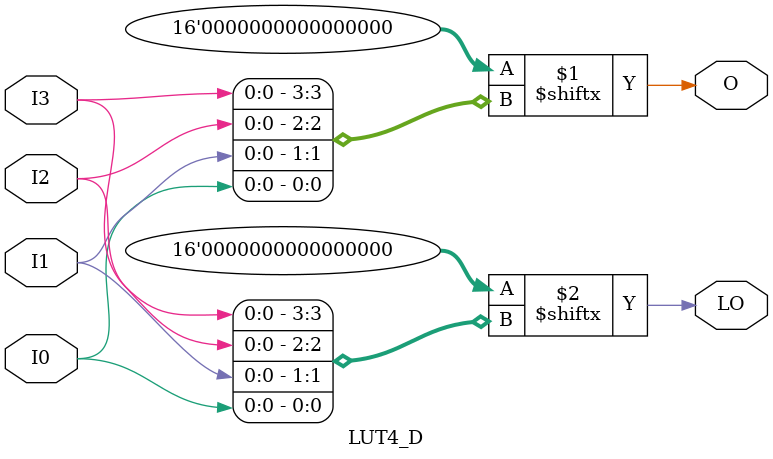
<source format=v>
/*

FUNCTION	: 4-inputs LUT

*/

`celldefine
`timescale  100 ps / 10 ps

module LUT4_D (LO, O, I0, I1, I2, I3);

    parameter INIT = 16'h0000;

    input I0, I1, I2, I3;

    output LO, O;

    wire out0, out1, out2, out3, out;

        assign O = INIT[{I3,I2,I1,I0}];
        assign LO = INIT[{I3,I2,I1,I0}];

endmodule

</source>
